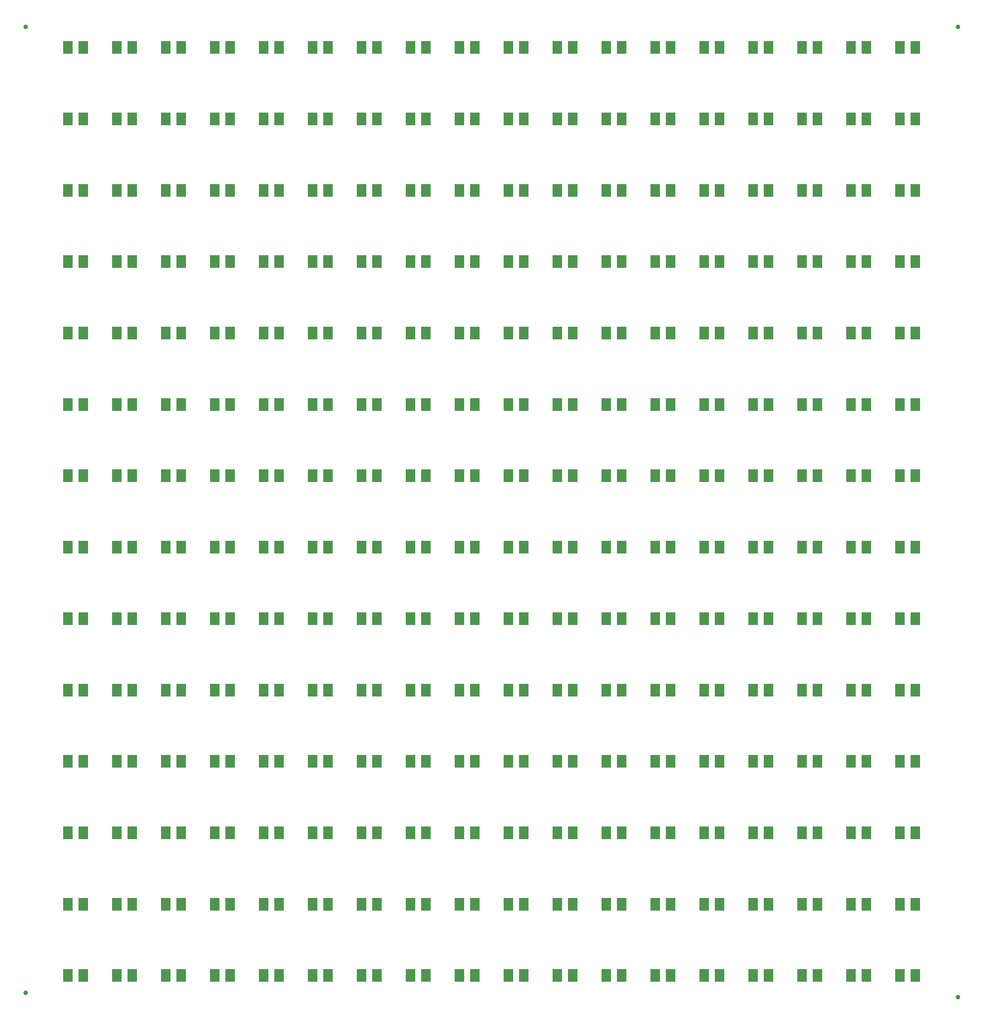
<source format=gbp>
G04 Layer_Color=128*
%FSLAX44Y44*%
%MOMM*%
G71*
G01*
G75*
%ADD10C,1.0000*%
%ADD28R,2.0000X2.8000*%
D10*
X285000Y300000D02*
D03*
Y2370000D02*
D03*
X2285000D02*
D03*
Y290000D02*
D03*
D28*
X1983010Y336500D02*
D03*
X1949990D02*
D03*
X1634990D02*
D03*
X1668010D02*
D03*
X1353010D02*
D03*
X1319990D02*
D03*
X1004990D02*
D03*
X1038010D02*
D03*
X723010D02*
D03*
X689990D02*
D03*
X374990D02*
D03*
X408010D02*
D03*
X2088010D02*
D03*
X2054990D02*
D03*
X1739990D02*
D03*
X1773010D02*
D03*
X1458010D02*
D03*
X1424990D02*
D03*
X1109990D02*
D03*
X1143010D02*
D03*
X828010D02*
D03*
X794990D02*
D03*
X479990D02*
D03*
X513010D02*
D03*
X2193010D02*
D03*
X2159990D02*
D03*
X1844990D02*
D03*
X1878010D02*
D03*
X1563010D02*
D03*
X1529990D02*
D03*
X1214990D02*
D03*
X1248010D02*
D03*
X933010D02*
D03*
X899990D02*
D03*
X584990D02*
D03*
X618010D02*
D03*
X1983010Y489500D02*
D03*
X1949990D02*
D03*
X1634990D02*
D03*
X1668010D02*
D03*
X1353010D02*
D03*
X1319990D02*
D03*
X1004990D02*
D03*
X1038010D02*
D03*
X723010D02*
D03*
X689990D02*
D03*
X374990D02*
D03*
X408010D02*
D03*
X2088010D02*
D03*
X2054990D02*
D03*
X1739990D02*
D03*
X1773010D02*
D03*
X1458010D02*
D03*
X1424990D02*
D03*
X1109990D02*
D03*
X1143010D02*
D03*
X828010D02*
D03*
X794990D02*
D03*
X479990D02*
D03*
X513010D02*
D03*
X2193010D02*
D03*
X2159990D02*
D03*
X1844990D02*
D03*
X1878010D02*
D03*
X1563010D02*
D03*
X1529990D02*
D03*
X1214990D02*
D03*
X1248010D02*
D03*
X933010D02*
D03*
X899990D02*
D03*
X584990D02*
D03*
X618010D02*
D03*
X1983010Y642500D02*
D03*
X1949990D02*
D03*
X1634990D02*
D03*
X1668010D02*
D03*
X1353010D02*
D03*
X1319990D02*
D03*
X1004990D02*
D03*
X1038010D02*
D03*
X723010D02*
D03*
X689990D02*
D03*
X374990D02*
D03*
X408010D02*
D03*
X2088010D02*
D03*
X2054990D02*
D03*
X1739990D02*
D03*
X1773010D02*
D03*
X1458010D02*
D03*
X1424990D02*
D03*
X1109990D02*
D03*
X1143010D02*
D03*
X828010D02*
D03*
X794990D02*
D03*
X479990D02*
D03*
X513010D02*
D03*
X2193010D02*
D03*
X2159990D02*
D03*
X1844990D02*
D03*
X1878010D02*
D03*
X1563010D02*
D03*
X1529990D02*
D03*
X1214990D02*
D03*
X1248010D02*
D03*
X933010D02*
D03*
X899990D02*
D03*
X584990D02*
D03*
X618010D02*
D03*
X1983010Y795500D02*
D03*
X1949990D02*
D03*
X1634990D02*
D03*
X1668010D02*
D03*
X1353010D02*
D03*
X1319990D02*
D03*
X1004990D02*
D03*
X1038010D02*
D03*
X723010D02*
D03*
X689990D02*
D03*
X374990D02*
D03*
X408010D02*
D03*
X2088010D02*
D03*
X2054990D02*
D03*
X1739990D02*
D03*
X1773010D02*
D03*
X1458010D02*
D03*
X1424990D02*
D03*
X1109990D02*
D03*
X1143010D02*
D03*
X828010D02*
D03*
X794990D02*
D03*
X479990D02*
D03*
X513010D02*
D03*
X2193010D02*
D03*
X2159990D02*
D03*
X1844990D02*
D03*
X1878010D02*
D03*
X1563010D02*
D03*
X1529990D02*
D03*
X1214990D02*
D03*
X1248010D02*
D03*
X933010D02*
D03*
X899990D02*
D03*
X584990D02*
D03*
X618010D02*
D03*
X1983010Y948500D02*
D03*
X1949990D02*
D03*
X1634990D02*
D03*
X1668010D02*
D03*
X1353010D02*
D03*
X1319990D02*
D03*
X1004990D02*
D03*
X1038010D02*
D03*
X723010D02*
D03*
X689990D02*
D03*
X374990D02*
D03*
X408010D02*
D03*
X2088010D02*
D03*
X2054990D02*
D03*
X1739990D02*
D03*
X1773010D02*
D03*
X1458010D02*
D03*
X1424990D02*
D03*
X1109990D02*
D03*
X1143010D02*
D03*
X828010D02*
D03*
X794990D02*
D03*
X479990D02*
D03*
X513010D02*
D03*
X2193010D02*
D03*
X2159990D02*
D03*
X1844990D02*
D03*
X1878010D02*
D03*
X1563010D02*
D03*
X1529990D02*
D03*
X1214990D02*
D03*
X1248010D02*
D03*
X933010D02*
D03*
X899990D02*
D03*
X584990D02*
D03*
X618010D02*
D03*
X1983010Y1101500D02*
D03*
X1949990D02*
D03*
X1634990D02*
D03*
X1668010D02*
D03*
X1353010D02*
D03*
X1319990D02*
D03*
X1004990D02*
D03*
X1038010D02*
D03*
X723010D02*
D03*
X689990D02*
D03*
X374990D02*
D03*
X408010D02*
D03*
X2088010D02*
D03*
X2054990D02*
D03*
X1739990D02*
D03*
X1773010D02*
D03*
X1458010D02*
D03*
X1424990D02*
D03*
X1109990D02*
D03*
X1143010D02*
D03*
X828010D02*
D03*
X794990D02*
D03*
X479990D02*
D03*
X513010D02*
D03*
X2193010D02*
D03*
X2159990D02*
D03*
X1844990D02*
D03*
X1878010D02*
D03*
X1563010D02*
D03*
X1529990D02*
D03*
X1214990D02*
D03*
X1248010D02*
D03*
X933010D02*
D03*
X899990D02*
D03*
X584990D02*
D03*
X618010D02*
D03*
X1983010Y1254500D02*
D03*
X1949990D02*
D03*
X1634990D02*
D03*
X1668010D02*
D03*
X1353010D02*
D03*
X1319990D02*
D03*
X1004990D02*
D03*
X1038010D02*
D03*
X723010D02*
D03*
X689990D02*
D03*
X374990D02*
D03*
X408010D02*
D03*
X2088010D02*
D03*
X2054990D02*
D03*
X1739990D02*
D03*
X1773010D02*
D03*
X1458010D02*
D03*
X1424990D02*
D03*
X1109990D02*
D03*
X1143010D02*
D03*
X828010D02*
D03*
X794990D02*
D03*
X479990D02*
D03*
X513010D02*
D03*
X2193010D02*
D03*
X2159990D02*
D03*
X1844990D02*
D03*
X1878010D02*
D03*
X1563010D02*
D03*
X1529990D02*
D03*
X1214990D02*
D03*
X1248010D02*
D03*
X933010D02*
D03*
X899990D02*
D03*
X584990D02*
D03*
X618010D02*
D03*
X1983010Y1407500D02*
D03*
X1949990D02*
D03*
X1634990D02*
D03*
X1668010D02*
D03*
X1353010D02*
D03*
X1319990D02*
D03*
X1004990D02*
D03*
X1038010D02*
D03*
X723010D02*
D03*
X689990D02*
D03*
X374990D02*
D03*
X408010D02*
D03*
X2088010D02*
D03*
X2054990D02*
D03*
X1739990D02*
D03*
X1773010D02*
D03*
X1458010D02*
D03*
X1424990D02*
D03*
X1109990D02*
D03*
X1143010D02*
D03*
X828010D02*
D03*
X794990D02*
D03*
X479990D02*
D03*
X513010D02*
D03*
X2193010D02*
D03*
X2159990D02*
D03*
X1844990D02*
D03*
X1878010D02*
D03*
X1563010D02*
D03*
X1529990D02*
D03*
X1214990D02*
D03*
X1248010D02*
D03*
X933010D02*
D03*
X899990D02*
D03*
X584990D02*
D03*
X618010D02*
D03*
X1983010Y1560500D02*
D03*
X1949990D02*
D03*
X1634990D02*
D03*
X1668010D02*
D03*
X1353010D02*
D03*
X1319990D02*
D03*
X1004990D02*
D03*
X1038010D02*
D03*
X723010D02*
D03*
X689990D02*
D03*
X374990D02*
D03*
X408010D02*
D03*
X2088010D02*
D03*
X2054990D02*
D03*
X1739990D02*
D03*
X1773010D02*
D03*
X1458010D02*
D03*
X1424990D02*
D03*
X1109990D02*
D03*
X1143010D02*
D03*
X828010D02*
D03*
X794990D02*
D03*
X479990D02*
D03*
X513010D02*
D03*
X2193010D02*
D03*
X2159990D02*
D03*
X1844990D02*
D03*
X1878010D02*
D03*
X1563010D02*
D03*
X1529990D02*
D03*
X1214990D02*
D03*
X1248010D02*
D03*
X933010D02*
D03*
X899990D02*
D03*
X584990D02*
D03*
X618010D02*
D03*
X1983010Y1713500D02*
D03*
X1949990D02*
D03*
X1634990D02*
D03*
X1668010D02*
D03*
X1353010D02*
D03*
X1319990D02*
D03*
X1004990D02*
D03*
X1038010D02*
D03*
X723010D02*
D03*
X689990D02*
D03*
X374990D02*
D03*
X408010D02*
D03*
X2088010D02*
D03*
X2054990D02*
D03*
X1739990D02*
D03*
X1773010D02*
D03*
X1458010D02*
D03*
X1424990D02*
D03*
X1109990D02*
D03*
X1143010D02*
D03*
X828010D02*
D03*
X794990D02*
D03*
X479990D02*
D03*
X513010D02*
D03*
X2193010D02*
D03*
X2159990D02*
D03*
X1844990D02*
D03*
X1878010D02*
D03*
X1563010D02*
D03*
X1529990D02*
D03*
X1214990D02*
D03*
X1248010D02*
D03*
X933010D02*
D03*
X899990D02*
D03*
X584990D02*
D03*
X618010D02*
D03*
X1983010Y1866500D02*
D03*
X1949990D02*
D03*
X1634990D02*
D03*
X1668010D02*
D03*
X1353010D02*
D03*
X1319990D02*
D03*
X1004990D02*
D03*
X1038010D02*
D03*
X723010D02*
D03*
X689990D02*
D03*
X374990D02*
D03*
X408010D02*
D03*
X2088010D02*
D03*
X2054990D02*
D03*
X1739990D02*
D03*
X1773010D02*
D03*
X1458010D02*
D03*
X1424990D02*
D03*
X1109990D02*
D03*
X1143010D02*
D03*
X828010D02*
D03*
X794990D02*
D03*
X479990D02*
D03*
X513010D02*
D03*
X2193010D02*
D03*
X2159990D02*
D03*
X1844990D02*
D03*
X1878010D02*
D03*
X1563010D02*
D03*
X1529990D02*
D03*
X1214990D02*
D03*
X1248010D02*
D03*
X933010D02*
D03*
X899990D02*
D03*
X584990D02*
D03*
X618010D02*
D03*
X1983010Y2019500D02*
D03*
X1949990D02*
D03*
X1634990D02*
D03*
X1668010D02*
D03*
X1353010D02*
D03*
X1319990D02*
D03*
X1004990D02*
D03*
X1038010D02*
D03*
X723010D02*
D03*
X689990D02*
D03*
X374990D02*
D03*
X408010D02*
D03*
X2088010D02*
D03*
X2054990D02*
D03*
X1739990D02*
D03*
X1773010D02*
D03*
X1458010D02*
D03*
X1424990D02*
D03*
X1109990D02*
D03*
X1143010D02*
D03*
X828010D02*
D03*
X794990D02*
D03*
X479990D02*
D03*
X513010D02*
D03*
X2193010D02*
D03*
X2159990D02*
D03*
X1844990D02*
D03*
X1878010D02*
D03*
X1563010D02*
D03*
X1529990D02*
D03*
X1214990D02*
D03*
X1248010D02*
D03*
X933010D02*
D03*
X899990D02*
D03*
X584990D02*
D03*
X618010D02*
D03*
X1983010Y2172500D02*
D03*
X1949990D02*
D03*
X1634990D02*
D03*
X1668010D02*
D03*
X1353010D02*
D03*
X1319990D02*
D03*
X1004990D02*
D03*
X1038010D02*
D03*
X723010D02*
D03*
X689990D02*
D03*
X374990D02*
D03*
X408010D02*
D03*
X2088010D02*
D03*
X2054990D02*
D03*
X1739990D02*
D03*
X1773010D02*
D03*
X1458010D02*
D03*
X1424990D02*
D03*
X1109990D02*
D03*
X1143010D02*
D03*
X828010D02*
D03*
X794990D02*
D03*
X479990D02*
D03*
X513010D02*
D03*
X2193010D02*
D03*
X2159990D02*
D03*
X1844990D02*
D03*
X1878010D02*
D03*
X1563010D02*
D03*
X1529990D02*
D03*
X1214990D02*
D03*
X1248010D02*
D03*
X933010D02*
D03*
X899990D02*
D03*
X584990D02*
D03*
X618010D02*
D03*
X1983010Y2325500D02*
D03*
X1949990D02*
D03*
X1634990D02*
D03*
X1668010D02*
D03*
X1353010D02*
D03*
X1319990D02*
D03*
X1004990D02*
D03*
X1038010D02*
D03*
X723010D02*
D03*
X689990D02*
D03*
X374990D02*
D03*
X408010D02*
D03*
X2088010D02*
D03*
X2054990D02*
D03*
X1739990D02*
D03*
X1773010D02*
D03*
X1458010D02*
D03*
X1424990D02*
D03*
X1109990D02*
D03*
X1143010D02*
D03*
X828010D02*
D03*
X794990D02*
D03*
X479990D02*
D03*
X513010D02*
D03*
X2193010D02*
D03*
X2159990D02*
D03*
X1844990D02*
D03*
X1878010D02*
D03*
X1563010D02*
D03*
X1529990D02*
D03*
X1214990D02*
D03*
X1248010D02*
D03*
X933010D02*
D03*
X899990D02*
D03*
X584990D02*
D03*
X618010D02*
D03*
M02*

</source>
